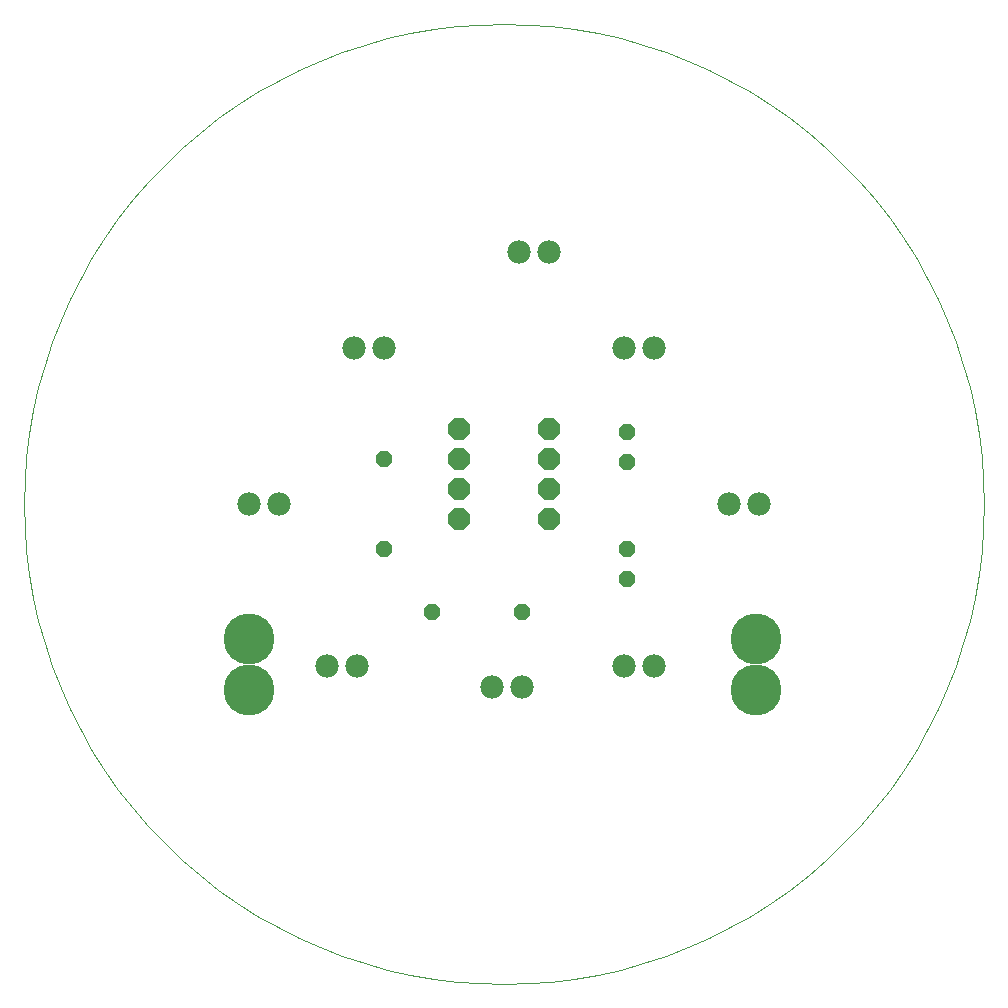
<source format=gts>
G75*
G70*
%OFA0B0*%
%FSLAX24Y24*%
%IPPOS*%
%LPD*%
%AMOC8*
5,1,8,0,0,1.08239X$1,22.5*
%
%ADD10C,0.0000*%
%ADD11OC8,0.0720*%
%ADD12C,0.0780*%
%ADD13OC8,0.0560*%
%ADD14C,0.1700*%
D10*
X000180Y016180D02*
X000199Y016965D01*
X000257Y017748D01*
X000353Y018528D01*
X000487Y019301D01*
X000659Y020068D01*
X000869Y020825D01*
X001115Y021570D01*
X001398Y022303D01*
X001716Y023021D01*
X002069Y023722D01*
X002456Y024406D01*
X002876Y025069D01*
X003329Y025711D01*
X003812Y026330D01*
X004325Y026925D01*
X004866Y027494D01*
X005435Y028035D01*
X006030Y028548D01*
X006649Y029031D01*
X007291Y029484D01*
X007954Y029904D01*
X008638Y030291D01*
X009339Y030644D01*
X010057Y030962D01*
X010790Y031245D01*
X011535Y031491D01*
X012292Y031701D01*
X013059Y031873D01*
X013832Y032007D01*
X014612Y032103D01*
X015395Y032161D01*
X016180Y032180D01*
X016965Y032161D01*
X017748Y032103D01*
X018528Y032007D01*
X019301Y031873D01*
X020068Y031701D01*
X020825Y031491D01*
X021570Y031245D01*
X022303Y030962D01*
X023021Y030644D01*
X023722Y030291D01*
X024406Y029904D01*
X025069Y029484D01*
X025711Y029031D01*
X026330Y028548D01*
X026925Y028035D01*
X027494Y027494D01*
X028035Y026925D01*
X028548Y026330D01*
X029031Y025711D01*
X029484Y025069D01*
X029904Y024406D01*
X030291Y023722D01*
X030644Y023021D01*
X030962Y022303D01*
X031245Y021570D01*
X031491Y020825D01*
X031701Y020068D01*
X031873Y019301D01*
X032007Y018528D01*
X032103Y017748D01*
X032161Y016965D01*
X032180Y016180D01*
X032161Y015395D01*
X032103Y014612D01*
X032007Y013832D01*
X031873Y013059D01*
X031701Y012292D01*
X031491Y011535D01*
X031245Y010790D01*
X030962Y010057D01*
X030644Y009339D01*
X030291Y008638D01*
X029904Y007954D01*
X029484Y007291D01*
X029031Y006649D01*
X028548Y006030D01*
X028035Y005435D01*
X027494Y004866D01*
X026925Y004325D01*
X026330Y003812D01*
X025711Y003329D01*
X025069Y002876D01*
X024406Y002456D01*
X023722Y002069D01*
X023021Y001716D01*
X022303Y001398D01*
X021570Y001115D01*
X020825Y000869D01*
X020068Y000659D01*
X019301Y000487D01*
X018528Y000353D01*
X017748Y000257D01*
X016965Y000199D01*
X016180Y000180D01*
X015395Y000199D01*
X014612Y000257D01*
X013832Y000353D01*
X013059Y000487D01*
X012292Y000659D01*
X011535Y000869D01*
X010790Y001115D01*
X010057Y001398D01*
X009339Y001716D01*
X008638Y002069D01*
X007954Y002456D01*
X007291Y002876D01*
X006649Y003329D01*
X006030Y003812D01*
X005435Y004325D01*
X004866Y004866D01*
X004325Y005435D01*
X003812Y006030D01*
X003329Y006649D01*
X002876Y007291D01*
X002456Y007954D01*
X002069Y008638D01*
X001716Y009339D01*
X001398Y010057D01*
X001115Y010790D01*
X000869Y011535D01*
X000659Y012292D01*
X000487Y013059D01*
X000353Y013832D01*
X000257Y014612D01*
X000199Y015395D01*
X000180Y016180D01*
D11*
X014680Y015680D03*
X014680Y016680D03*
X014680Y017680D03*
X014680Y018680D03*
X017680Y018680D03*
X017680Y017680D03*
X017680Y016680D03*
X017680Y015680D03*
D12*
X020180Y010780D03*
X021180Y010780D03*
X016780Y010080D03*
X015780Y010080D03*
X011280Y010780D03*
X010280Y010780D03*
X008680Y016180D03*
X007680Y016180D03*
X011180Y021380D03*
X012180Y021380D03*
X016680Y024580D03*
X017680Y024580D03*
X020180Y021380D03*
X021180Y021380D03*
X023680Y016180D03*
X024680Y016180D03*
D13*
X020280Y017580D03*
X020280Y018580D03*
X020280Y014680D03*
X020280Y013680D03*
X016780Y012580D03*
X013780Y012580D03*
X012180Y014680D03*
X012180Y017680D03*
D14*
X007680Y009980D03*
X007680Y011680D03*
X024580Y011680D03*
X024580Y009980D03*
M02*

</source>
